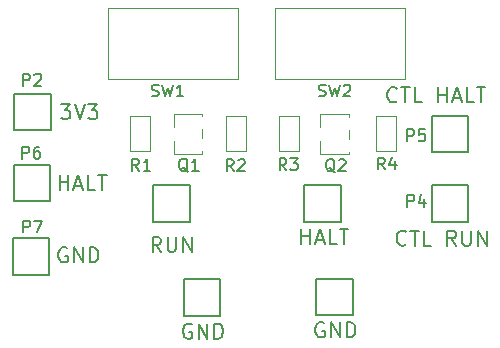
<source format=gto>
G04 #@! TF.FileFunction,Legend,Top*
%FSLAX46Y46*%
G04 Gerber Fmt 4.6, Leading zero omitted, Abs format (unit mm)*
G04 Created by KiCad (PCBNEW 4.0.1-stable) date 8/1/2017 2:14:50 AM*
%MOMM*%
G01*
G04 APERTURE LIST*
%ADD10C,0.100000*%
%ADD11C,0.177800*%
%ADD12C,0.120000*%
%ADD13C,0.150000*%
G04 APERTURE END LIST*
D10*
D11*
X143592381Y-95135000D02*
X143471429Y-95074524D01*
X143290000Y-95074524D01*
X143108572Y-95135000D01*
X142987619Y-95255952D01*
X142927143Y-95376905D01*
X142866667Y-95618810D01*
X142866667Y-95800238D01*
X142927143Y-96042143D01*
X142987619Y-96163095D01*
X143108572Y-96284048D01*
X143290000Y-96344524D01*
X143410952Y-96344524D01*
X143592381Y-96284048D01*
X143652857Y-96223571D01*
X143652857Y-95800238D01*
X143410952Y-95800238D01*
X144197143Y-96344524D02*
X144197143Y-95074524D01*
X144922857Y-96344524D01*
X144922857Y-95074524D01*
X145527619Y-96344524D02*
X145527619Y-95074524D01*
X145830000Y-95074524D01*
X146011428Y-95135000D01*
X146132381Y-95255952D01*
X146192857Y-95376905D01*
X146253333Y-95618810D01*
X146253333Y-95800238D01*
X146192857Y-96042143D01*
X146132381Y-96163095D01*
X146011428Y-96284048D01*
X145830000Y-96344524D01*
X145527619Y-96344524D01*
X132392381Y-95255000D02*
X132271429Y-95194524D01*
X132090000Y-95194524D01*
X131908572Y-95255000D01*
X131787619Y-95375952D01*
X131727143Y-95496905D01*
X131666667Y-95738810D01*
X131666667Y-95920238D01*
X131727143Y-96162143D01*
X131787619Y-96283095D01*
X131908572Y-96404048D01*
X132090000Y-96464524D01*
X132210952Y-96464524D01*
X132392381Y-96404048D01*
X132452857Y-96343571D01*
X132452857Y-95920238D01*
X132210952Y-95920238D01*
X132997143Y-96464524D02*
X132997143Y-95194524D01*
X133722857Y-96464524D01*
X133722857Y-95194524D01*
X134327619Y-96464524D02*
X134327619Y-95194524D01*
X134630000Y-95194524D01*
X134811428Y-95255000D01*
X134932381Y-95375952D01*
X134992857Y-95496905D01*
X135053333Y-95738810D01*
X135053333Y-95920238D01*
X134992857Y-96162143D01*
X134932381Y-96283095D01*
X134811428Y-96404048D01*
X134630000Y-96464524D01*
X134327619Y-96464524D01*
X121832381Y-88805000D02*
X121711429Y-88744524D01*
X121530000Y-88744524D01*
X121348572Y-88805000D01*
X121227619Y-88925952D01*
X121167143Y-89046905D01*
X121106667Y-89288810D01*
X121106667Y-89470238D01*
X121167143Y-89712143D01*
X121227619Y-89833095D01*
X121348572Y-89954048D01*
X121530000Y-90014524D01*
X121650952Y-90014524D01*
X121832381Y-89954048D01*
X121892857Y-89893571D01*
X121892857Y-89470238D01*
X121650952Y-89470238D01*
X122437143Y-90014524D02*
X122437143Y-88744524D01*
X123162857Y-90014524D01*
X123162857Y-88744524D01*
X123767619Y-90014524D02*
X123767619Y-88744524D01*
X124070000Y-88744524D01*
X124251428Y-88805000D01*
X124372381Y-88925952D01*
X124432857Y-89046905D01*
X124493333Y-89288810D01*
X124493333Y-89470238D01*
X124432857Y-89712143D01*
X124372381Y-89833095D01*
X124251428Y-89954048D01*
X124070000Y-90014524D01*
X123767619Y-90014524D01*
X121225001Y-83894524D02*
X121225001Y-82624524D01*
X121225001Y-83229286D02*
X121950715Y-83229286D01*
X121950715Y-83894524D02*
X121950715Y-82624524D01*
X122495001Y-83531667D02*
X123099763Y-83531667D01*
X122374048Y-83894524D02*
X122797382Y-82624524D01*
X123220715Y-83894524D01*
X124248810Y-83894524D02*
X123644048Y-83894524D01*
X123644048Y-82624524D01*
X124490714Y-82624524D02*
X125216429Y-82624524D01*
X124853572Y-83894524D02*
X124853572Y-82624524D01*
X121337620Y-76614524D02*
X122123810Y-76614524D01*
X121700477Y-77098333D01*
X121881905Y-77098333D01*
X122002858Y-77158810D01*
X122063334Y-77219286D01*
X122123810Y-77340238D01*
X122123810Y-77642619D01*
X122063334Y-77763571D01*
X122002858Y-77824048D01*
X121881905Y-77884524D01*
X121519048Y-77884524D01*
X121398096Y-77824048D01*
X121337620Y-77763571D01*
X122486667Y-76614524D02*
X122910001Y-77884524D01*
X123333334Y-76614524D01*
X123635715Y-76614524D02*
X124421905Y-76614524D01*
X123998572Y-77098333D01*
X124180000Y-77098333D01*
X124300953Y-77158810D01*
X124361429Y-77219286D01*
X124421905Y-77340238D01*
X124421905Y-77642619D01*
X124361429Y-77763571D01*
X124300953Y-77824048D01*
X124180000Y-77884524D01*
X123817143Y-77884524D01*
X123696191Y-77824048D01*
X123635715Y-77763571D01*
X141675001Y-88474524D02*
X141675001Y-87204524D01*
X141675001Y-87809286D02*
X142400715Y-87809286D01*
X142400715Y-88474524D02*
X142400715Y-87204524D01*
X142945001Y-88111667D02*
X143549763Y-88111667D01*
X142824048Y-88474524D02*
X143247382Y-87204524D01*
X143670715Y-88474524D01*
X144698810Y-88474524D02*
X144094048Y-88474524D01*
X144094048Y-87204524D01*
X144940714Y-87204524D02*
X145666429Y-87204524D01*
X145303572Y-88474524D02*
X145303572Y-87204524D01*
X129822619Y-89114524D02*
X129399286Y-88509762D01*
X129096905Y-89114524D02*
X129096905Y-87844524D01*
X129580714Y-87844524D01*
X129701667Y-87905000D01*
X129762143Y-87965476D01*
X129822619Y-88086429D01*
X129822619Y-88267857D01*
X129762143Y-88388810D01*
X129701667Y-88449286D01*
X129580714Y-88509762D01*
X129096905Y-88509762D01*
X130366905Y-87844524D02*
X130366905Y-88872619D01*
X130427381Y-88993571D01*
X130487857Y-89054048D01*
X130608810Y-89114524D01*
X130850714Y-89114524D01*
X130971667Y-89054048D01*
X131032143Y-88993571D01*
X131092619Y-88872619D01*
X131092619Y-87844524D01*
X131697381Y-89114524D02*
X131697381Y-87844524D01*
X132423095Y-89114524D01*
X132423095Y-87844524D01*
X150555953Y-88463571D02*
X150495477Y-88524048D01*
X150314048Y-88584524D01*
X150193096Y-88584524D01*
X150011668Y-88524048D01*
X149890715Y-88403095D01*
X149830239Y-88282143D01*
X149769763Y-88040238D01*
X149769763Y-87858810D01*
X149830239Y-87616905D01*
X149890715Y-87495952D01*
X150011668Y-87375000D01*
X150193096Y-87314524D01*
X150314048Y-87314524D01*
X150495477Y-87375000D01*
X150555953Y-87435476D01*
X150918810Y-87314524D02*
X151644525Y-87314524D01*
X151281668Y-88584524D02*
X151281668Y-87314524D01*
X152672620Y-88584524D02*
X152067858Y-88584524D01*
X152067858Y-87314524D01*
X154789286Y-88584524D02*
X154365953Y-87979762D01*
X154063572Y-88584524D02*
X154063572Y-87314524D01*
X154547381Y-87314524D01*
X154668334Y-87375000D01*
X154728810Y-87435476D01*
X154789286Y-87556429D01*
X154789286Y-87737857D01*
X154728810Y-87858810D01*
X154668334Y-87919286D01*
X154547381Y-87979762D01*
X154063572Y-87979762D01*
X155333572Y-87314524D02*
X155333572Y-88342619D01*
X155394048Y-88463571D01*
X155454524Y-88524048D01*
X155575477Y-88584524D01*
X155817381Y-88584524D01*
X155938334Y-88524048D01*
X155998810Y-88463571D01*
X156059286Y-88342619D01*
X156059286Y-87314524D01*
X156664048Y-88584524D02*
X156664048Y-87314524D01*
X157389762Y-88584524D01*
X157389762Y-87314524D01*
X149764048Y-76343571D02*
X149703572Y-76404048D01*
X149522143Y-76464524D01*
X149401191Y-76464524D01*
X149219763Y-76404048D01*
X149098810Y-76283095D01*
X149038334Y-76162143D01*
X148977858Y-75920238D01*
X148977858Y-75738810D01*
X149038334Y-75496905D01*
X149098810Y-75375952D01*
X149219763Y-75255000D01*
X149401191Y-75194524D01*
X149522143Y-75194524D01*
X149703572Y-75255000D01*
X149764048Y-75315476D01*
X150126905Y-75194524D02*
X150852620Y-75194524D01*
X150489763Y-76464524D02*
X150489763Y-75194524D01*
X151880715Y-76464524D02*
X151275953Y-76464524D01*
X151275953Y-75194524D01*
X153271667Y-76464524D02*
X153271667Y-75194524D01*
X153271667Y-75799286D02*
X153997381Y-75799286D01*
X153997381Y-76464524D02*
X153997381Y-75194524D01*
X154541667Y-76101667D02*
X155146429Y-76101667D01*
X154420714Y-76464524D02*
X154844048Y-75194524D01*
X155267381Y-76464524D01*
X156295476Y-76464524D02*
X155690714Y-76464524D01*
X155690714Y-75194524D01*
X156537380Y-75194524D02*
X157263095Y-75194524D01*
X156900238Y-76464524D02*
X156900238Y-75194524D01*
D10*
X130886200Y-78512400D02*
X130886200Y-77612400D01*
X130886200Y-80612400D02*
X130886200Y-79712400D01*
X133286200Y-78712400D02*
X133286200Y-79512400D01*
X130886200Y-77612400D02*
X130886200Y-77412400D01*
X130886200Y-77412400D02*
X133286200Y-77412400D01*
X133286200Y-77412400D02*
X133286200Y-77612400D01*
X130886200Y-80612400D02*
X130886200Y-80812400D01*
X130886200Y-80812400D02*
X133286200Y-80812400D01*
X133286200Y-80812400D02*
X133286200Y-80612400D01*
X143306800Y-78563200D02*
X143306800Y-77663200D01*
X143306800Y-80663200D02*
X143306800Y-79763200D01*
X145706800Y-78763200D02*
X145706800Y-79563200D01*
X143306800Y-77663200D02*
X143306800Y-77463200D01*
X143306800Y-77463200D02*
X145706800Y-77463200D01*
X145706800Y-77463200D02*
X145706800Y-77663200D01*
X143306800Y-80663200D02*
X143306800Y-80863200D01*
X143306800Y-80863200D02*
X145706800Y-80863200D01*
X145706800Y-80863200D02*
X145706800Y-80663200D01*
D12*
X127166000Y-77587000D02*
X127241000Y-77587000D01*
X127166000Y-80562000D02*
X127216000Y-80562000D01*
X127166000Y-77587000D02*
X127166000Y-80562000D01*
X128841000Y-80562000D02*
X127216000Y-80562000D01*
X127216000Y-77587000D02*
X128841000Y-77587000D01*
X128841000Y-77587000D02*
X128841000Y-80562000D01*
X135344800Y-77612400D02*
X135419800Y-77612400D01*
X135344800Y-80587400D02*
X135394800Y-80587400D01*
X135344800Y-77612400D02*
X135344800Y-80587400D01*
X137019800Y-80587400D02*
X135394800Y-80587400D01*
X135394800Y-77612400D02*
X137019800Y-77612400D01*
X137019800Y-77612400D02*
X137019800Y-80587400D01*
X139789800Y-77612400D02*
X139864800Y-77612400D01*
X139789800Y-80587400D02*
X139839800Y-80587400D01*
X139789800Y-77612400D02*
X139789800Y-80587400D01*
X141464800Y-80587400D02*
X139839800Y-80587400D01*
X139839800Y-77612400D02*
X141464800Y-77612400D01*
X141464800Y-77612400D02*
X141464800Y-80587400D01*
X148044800Y-77612400D02*
X148119800Y-77612400D01*
X148044800Y-80587400D02*
X148094800Y-80587400D01*
X148044800Y-77612400D02*
X148044800Y-80587400D01*
X149719800Y-80587400D02*
X148094800Y-80587400D01*
X148094800Y-77612400D02*
X149719800Y-77612400D01*
X149719800Y-77612400D02*
X149719800Y-80587400D01*
D10*
X125360800Y-68500000D02*
X136360800Y-68500000D01*
X136360800Y-68500000D02*
X136360800Y-74500000D01*
X136360800Y-74500000D02*
X125360800Y-74500000D01*
X125360800Y-74500000D02*
X125360800Y-68500000D01*
X139500000Y-68500000D02*
X150500000Y-68500000D01*
X150500000Y-68500000D02*
X150500000Y-74500000D01*
X150500000Y-74500000D02*
X139500000Y-74500000D01*
X139500000Y-74500000D02*
X139500000Y-68500000D01*
D13*
X132250000Y-83450000D02*
X132250000Y-86549400D01*
X129150000Y-86549400D02*
X129150000Y-83450000D01*
X129150000Y-83450000D02*
X132250000Y-83450000D01*
X129150600Y-86549400D02*
X132249400Y-86549400D01*
X145020000Y-83450000D02*
X145020000Y-86549400D01*
X141920000Y-86549400D02*
X141920000Y-83450000D01*
X141920000Y-83450000D02*
X145020000Y-83450000D01*
X141920600Y-86549400D02*
X145019400Y-86549400D01*
X155830000Y-83450000D02*
X155830000Y-86549400D01*
X152730000Y-86549400D02*
X152730000Y-83450000D01*
X152730000Y-83450000D02*
X155830000Y-83450000D01*
X152730600Y-86549400D02*
X155829400Y-86549400D01*
X155830000Y-77580000D02*
X155830000Y-80679400D01*
X152730000Y-80679400D02*
X152730000Y-77580000D01*
X152730000Y-77580000D02*
X155830000Y-77580000D01*
X152730600Y-80679400D02*
X155829400Y-80679400D01*
X120470000Y-75730000D02*
X120470000Y-78829400D01*
X117370000Y-78829400D02*
X117370000Y-75730000D01*
X117370000Y-75730000D02*
X120470000Y-75730000D01*
X117370600Y-78829400D02*
X120469400Y-78829400D01*
X120440000Y-81740000D02*
X120440000Y-84839400D01*
X117340000Y-84839400D02*
X117340000Y-81740000D01*
X117340000Y-81740000D02*
X120440000Y-81740000D01*
X117340600Y-84839400D02*
X120439400Y-84839400D01*
X120360000Y-87940000D02*
X120360000Y-91039400D01*
X117260000Y-91039400D02*
X117260000Y-87940000D01*
X117260000Y-87940000D02*
X120360000Y-87940000D01*
X117260600Y-91039400D02*
X120359400Y-91039400D01*
X134820000Y-91430000D02*
X134820000Y-94529400D01*
X131720000Y-94529400D02*
X131720000Y-91430000D01*
X131720000Y-91430000D02*
X134820000Y-91430000D01*
X131720600Y-94529400D02*
X134819400Y-94529400D01*
X146060000Y-91380000D02*
X146060000Y-94479400D01*
X142960000Y-94479400D02*
X142960000Y-91380000D01*
X142960000Y-91380000D02*
X146060000Y-91380000D01*
X142960600Y-94479400D02*
X146059400Y-94479400D01*
X132086362Y-82327019D02*
X131991124Y-82279400D01*
X131895886Y-82184162D01*
X131753029Y-82041305D01*
X131657790Y-81993686D01*
X131562552Y-81993686D01*
X131610171Y-82231781D02*
X131514933Y-82184162D01*
X131419695Y-82088924D01*
X131372076Y-81898448D01*
X131372076Y-81565114D01*
X131419695Y-81374638D01*
X131514933Y-81279400D01*
X131610171Y-81231781D01*
X131800648Y-81231781D01*
X131895886Y-81279400D01*
X131991124Y-81374638D01*
X132038743Y-81565114D01*
X132038743Y-81898448D01*
X131991124Y-82088924D01*
X131895886Y-82184162D01*
X131800648Y-82231781D01*
X131610171Y-82231781D01*
X132991124Y-82231781D02*
X132419695Y-82231781D01*
X132705409Y-82231781D02*
X132705409Y-81231781D01*
X132610171Y-81374638D01*
X132514933Y-81469876D01*
X132419695Y-81517495D01*
X144532362Y-82377819D02*
X144437124Y-82330200D01*
X144341886Y-82234962D01*
X144199029Y-82092105D01*
X144103790Y-82044486D01*
X144008552Y-82044486D01*
X144056171Y-82282581D02*
X143960933Y-82234962D01*
X143865695Y-82139724D01*
X143818076Y-81949248D01*
X143818076Y-81615914D01*
X143865695Y-81425438D01*
X143960933Y-81330200D01*
X144056171Y-81282581D01*
X144246648Y-81282581D01*
X144341886Y-81330200D01*
X144437124Y-81425438D01*
X144484743Y-81615914D01*
X144484743Y-81949248D01*
X144437124Y-82139724D01*
X144341886Y-82234962D01*
X144246648Y-82282581D01*
X144056171Y-82282581D01*
X144865695Y-81377819D02*
X144913314Y-81330200D01*
X145008552Y-81282581D01*
X145246648Y-81282581D01*
X145341886Y-81330200D01*
X145389505Y-81377819D01*
X145437124Y-81473057D01*
X145437124Y-81568295D01*
X145389505Y-81711152D01*
X144818076Y-82282581D01*
X145437124Y-82282581D01*
X127950934Y-82231781D02*
X127617600Y-81755590D01*
X127379505Y-82231781D02*
X127379505Y-81231781D01*
X127760458Y-81231781D01*
X127855696Y-81279400D01*
X127903315Y-81327019D01*
X127950934Y-81422257D01*
X127950934Y-81565114D01*
X127903315Y-81660352D01*
X127855696Y-81707971D01*
X127760458Y-81755590D01*
X127379505Y-81755590D01*
X128903315Y-82231781D02*
X128331886Y-82231781D01*
X128617600Y-82231781D02*
X128617600Y-81231781D01*
X128522362Y-81374638D01*
X128427124Y-81469876D01*
X128331886Y-81517495D01*
X135951934Y-82282581D02*
X135618600Y-81806390D01*
X135380505Y-82282581D02*
X135380505Y-81282581D01*
X135761458Y-81282581D01*
X135856696Y-81330200D01*
X135904315Y-81377819D01*
X135951934Y-81473057D01*
X135951934Y-81615914D01*
X135904315Y-81711152D01*
X135856696Y-81758771D01*
X135761458Y-81806390D01*
X135380505Y-81806390D01*
X136332886Y-81377819D02*
X136380505Y-81330200D01*
X136475743Y-81282581D01*
X136713839Y-81282581D01*
X136809077Y-81330200D01*
X136856696Y-81377819D01*
X136904315Y-81473057D01*
X136904315Y-81568295D01*
X136856696Y-81711152D01*
X136285267Y-82282581D01*
X136904315Y-82282581D01*
X140422334Y-82206381D02*
X140089000Y-81730190D01*
X139850905Y-82206381D02*
X139850905Y-81206381D01*
X140231858Y-81206381D01*
X140327096Y-81254000D01*
X140374715Y-81301619D01*
X140422334Y-81396857D01*
X140422334Y-81539714D01*
X140374715Y-81634952D01*
X140327096Y-81682571D01*
X140231858Y-81730190D01*
X139850905Y-81730190D01*
X140755667Y-81206381D02*
X141374715Y-81206381D01*
X141041381Y-81587333D01*
X141184239Y-81587333D01*
X141279477Y-81634952D01*
X141327096Y-81682571D01*
X141374715Y-81777810D01*
X141374715Y-82015905D01*
X141327096Y-82111143D01*
X141279477Y-82158762D01*
X141184239Y-82206381D01*
X140898524Y-82206381D01*
X140803286Y-82158762D01*
X140755667Y-82111143D01*
X148753534Y-82130181D02*
X148420200Y-81653990D01*
X148182105Y-82130181D02*
X148182105Y-81130181D01*
X148563058Y-81130181D01*
X148658296Y-81177800D01*
X148705915Y-81225419D01*
X148753534Y-81320657D01*
X148753534Y-81463514D01*
X148705915Y-81558752D01*
X148658296Y-81606371D01*
X148563058Y-81653990D01*
X148182105Y-81653990D01*
X149610677Y-81463514D02*
X149610677Y-82130181D01*
X149372581Y-81082562D02*
X149134486Y-81796848D01*
X149753534Y-81796848D01*
X129027467Y-75904762D02*
X129170324Y-75952381D01*
X129408420Y-75952381D01*
X129503658Y-75904762D01*
X129551277Y-75857143D01*
X129598896Y-75761905D01*
X129598896Y-75666667D01*
X129551277Y-75571429D01*
X129503658Y-75523810D01*
X129408420Y-75476190D01*
X129217943Y-75428571D01*
X129122705Y-75380952D01*
X129075086Y-75333333D01*
X129027467Y-75238095D01*
X129027467Y-75142857D01*
X129075086Y-75047619D01*
X129122705Y-75000000D01*
X129217943Y-74952381D01*
X129456039Y-74952381D01*
X129598896Y-75000000D01*
X129932229Y-74952381D02*
X130170324Y-75952381D01*
X130360801Y-75238095D01*
X130551277Y-75952381D01*
X130789372Y-74952381D01*
X131694134Y-75952381D02*
X131122705Y-75952381D01*
X131408419Y-75952381D02*
X131408419Y-74952381D01*
X131313181Y-75095238D01*
X131217943Y-75190476D01*
X131122705Y-75238095D01*
X143166667Y-75904762D02*
X143309524Y-75952381D01*
X143547620Y-75952381D01*
X143642858Y-75904762D01*
X143690477Y-75857143D01*
X143738096Y-75761905D01*
X143738096Y-75666667D01*
X143690477Y-75571429D01*
X143642858Y-75523810D01*
X143547620Y-75476190D01*
X143357143Y-75428571D01*
X143261905Y-75380952D01*
X143214286Y-75333333D01*
X143166667Y-75238095D01*
X143166667Y-75142857D01*
X143214286Y-75047619D01*
X143261905Y-75000000D01*
X143357143Y-74952381D01*
X143595239Y-74952381D01*
X143738096Y-75000000D01*
X144071429Y-74952381D02*
X144309524Y-75952381D01*
X144500001Y-75238095D01*
X144690477Y-75952381D01*
X144928572Y-74952381D01*
X145261905Y-75047619D02*
X145309524Y-75000000D01*
X145404762Y-74952381D01*
X145642858Y-74952381D01*
X145738096Y-75000000D01*
X145785715Y-75047619D01*
X145833334Y-75142857D01*
X145833334Y-75238095D01*
X145785715Y-75380952D01*
X145214286Y-75952381D01*
X145833334Y-75952381D01*
X150671905Y-85292381D02*
X150671905Y-84292381D01*
X151052858Y-84292381D01*
X151148096Y-84340000D01*
X151195715Y-84387619D01*
X151243334Y-84482857D01*
X151243334Y-84625714D01*
X151195715Y-84720952D01*
X151148096Y-84768571D01*
X151052858Y-84816190D01*
X150671905Y-84816190D01*
X152100477Y-84625714D02*
X152100477Y-85292381D01*
X151862381Y-84244762D02*
X151624286Y-84959048D01*
X152243334Y-84959048D01*
X150671905Y-79742381D02*
X150671905Y-78742381D01*
X151052858Y-78742381D01*
X151148096Y-78790000D01*
X151195715Y-78837619D01*
X151243334Y-78932857D01*
X151243334Y-79075714D01*
X151195715Y-79170952D01*
X151148096Y-79218571D01*
X151052858Y-79266190D01*
X150671905Y-79266190D01*
X152148096Y-78742381D02*
X151671905Y-78742381D01*
X151624286Y-79218571D01*
X151671905Y-79170952D01*
X151767143Y-79123333D01*
X152005239Y-79123333D01*
X152100477Y-79170952D01*
X152148096Y-79218571D01*
X152195715Y-79313810D01*
X152195715Y-79551905D01*
X152148096Y-79647143D01*
X152100477Y-79694762D01*
X152005239Y-79742381D01*
X151767143Y-79742381D01*
X151671905Y-79694762D01*
X151624286Y-79647143D01*
X118131905Y-75052381D02*
X118131905Y-74052381D01*
X118512858Y-74052381D01*
X118608096Y-74100000D01*
X118655715Y-74147619D01*
X118703334Y-74242857D01*
X118703334Y-74385714D01*
X118655715Y-74480952D01*
X118608096Y-74528571D01*
X118512858Y-74576190D01*
X118131905Y-74576190D01*
X119084286Y-74147619D02*
X119131905Y-74100000D01*
X119227143Y-74052381D01*
X119465239Y-74052381D01*
X119560477Y-74100000D01*
X119608096Y-74147619D01*
X119655715Y-74242857D01*
X119655715Y-74338095D01*
X119608096Y-74480952D01*
X119036667Y-75052381D01*
X119655715Y-75052381D01*
X118071905Y-81222381D02*
X118071905Y-80222381D01*
X118452858Y-80222381D01*
X118548096Y-80270000D01*
X118595715Y-80317619D01*
X118643334Y-80412857D01*
X118643334Y-80555714D01*
X118595715Y-80650952D01*
X118548096Y-80698571D01*
X118452858Y-80746190D01*
X118071905Y-80746190D01*
X119500477Y-80222381D02*
X119310000Y-80222381D01*
X119214762Y-80270000D01*
X119167143Y-80317619D01*
X119071905Y-80460476D01*
X119024286Y-80650952D01*
X119024286Y-81031905D01*
X119071905Y-81127143D01*
X119119524Y-81174762D01*
X119214762Y-81222381D01*
X119405239Y-81222381D01*
X119500477Y-81174762D01*
X119548096Y-81127143D01*
X119595715Y-81031905D01*
X119595715Y-80793810D01*
X119548096Y-80698571D01*
X119500477Y-80650952D01*
X119405239Y-80603333D01*
X119214762Y-80603333D01*
X119119524Y-80650952D01*
X119071905Y-80698571D01*
X119024286Y-80793810D01*
X118151905Y-87462381D02*
X118151905Y-86462381D01*
X118532858Y-86462381D01*
X118628096Y-86510000D01*
X118675715Y-86557619D01*
X118723334Y-86652857D01*
X118723334Y-86795714D01*
X118675715Y-86890952D01*
X118628096Y-86938571D01*
X118532858Y-86986190D01*
X118151905Y-86986190D01*
X119056667Y-86462381D02*
X119723334Y-86462381D01*
X119294762Y-87462381D01*
M02*

</source>
